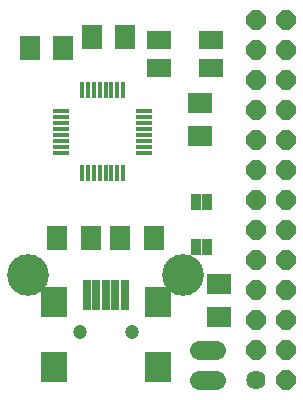
<source format=gts>
G75*
G70*
%OFA0B0*%
%FSLAX24Y24*%
%IPPOS*%
%LPD*%
%AMOC8*
5,1,8,0,0,1.08239X$1,22.5*
%
%ADD10R,0.0828X0.0631*%
%ADD11R,0.0789X0.0710*%
%ADD12R,0.0710X0.0789*%
%ADD13R,0.0710X0.0790*%
%ADD14C,0.0640*%
%ADD15OC8,0.0640*%
%ADD16C,0.0640*%
%ADD17R,0.0330X0.0580*%
%ADD18R,0.0867X0.1025*%
%ADD19R,0.0277X0.0989*%
%ADD20C,0.0474*%
%ADD21R,0.0530X0.0180*%
%ADD22R,0.0180X0.0530*%
%ADD23C,0.1390*%
D10*
X005364Y011133D03*
X005364Y012077D03*
X007096Y012077D03*
X007096Y011133D03*
D11*
X006730Y009956D03*
X006730Y008854D03*
X007355Y003931D03*
X007355Y002829D03*
D12*
X002156Y011805D03*
X003129Y012180D03*
X004231Y012180D03*
X001054Y011805D03*
D13*
X001970Y005480D03*
X003090Y005480D03*
X004070Y005480D03*
X005190Y005480D03*
D14*
X008580Y000730D03*
D15*
X008580Y001730D03*
X008580Y002730D03*
X008580Y003730D03*
X008580Y004730D03*
X008580Y005730D03*
X008580Y006730D03*
X008580Y007730D03*
X008580Y008730D03*
X008580Y009730D03*
X008580Y010730D03*
X008580Y011730D03*
X008580Y012730D03*
X009580Y012730D03*
X009580Y011730D03*
X009580Y010730D03*
X009580Y009730D03*
X009580Y008730D03*
X009580Y007730D03*
X009580Y006730D03*
X009580Y005730D03*
X009580Y004730D03*
X009580Y003730D03*
X009580Y002730D03*
X009580Y001730D03*
X009580Y000730D03*
D16*
X007260Y000730D02*
X006700Y000730D01*
X006700Y001730D02*
X007260Y001730D01*
D17*
X006957Y005180D03*
X006603Y005180D03*
X006603Y006680D03*
X006957Y006680D03*
D18*
X001848Y001168D03*
X001848Y003333D03*
X005312Y003333D03*
X005312Y001168D03*
D19*
X004210Y003555D03*
X003895Y003555D03*
X003580Y003555D03*
X003265Y003555D03*
X002950Y003555D03*
D20*
X002714Y002349D03*
X004446Y002349D03*
D21*
X004858Y008316D03*
X004858Y008513D03*
X004858Y008710D03*
X004858Y008907D03*
X004858Y009103D03*
X004858Y009300D03*
X004858Y009497D03*
X004858Y009694D03*
X002102Y009694D03*
X002102Y009497D03*
X002102Y009300D03*
X002102Y009103D03*
X002102Y008907D03*
X002102Y008710D03*
X002102Y008513D03*
X002102Y008316D03*
D22*
X002791Y007627D03*
X002988Y007627D03*
X003185Y007627D03*
X003382Y007627D03*
X003578Y007627D03*
X003775Y007627D03*
X003972Y007627D03*
X004169Y007627D03*
X004169Y010383D03*
X003972Y010383D03*
X003775Y010383D03*
X003578Y010383D03*
X003382Y010383D03*
X003185Y010383D03*
X002988Y010383D03*
X002791Y010383D03*
D23*
X000995Y004230D03*
X006165Y004230D03*
M02*

</source>
